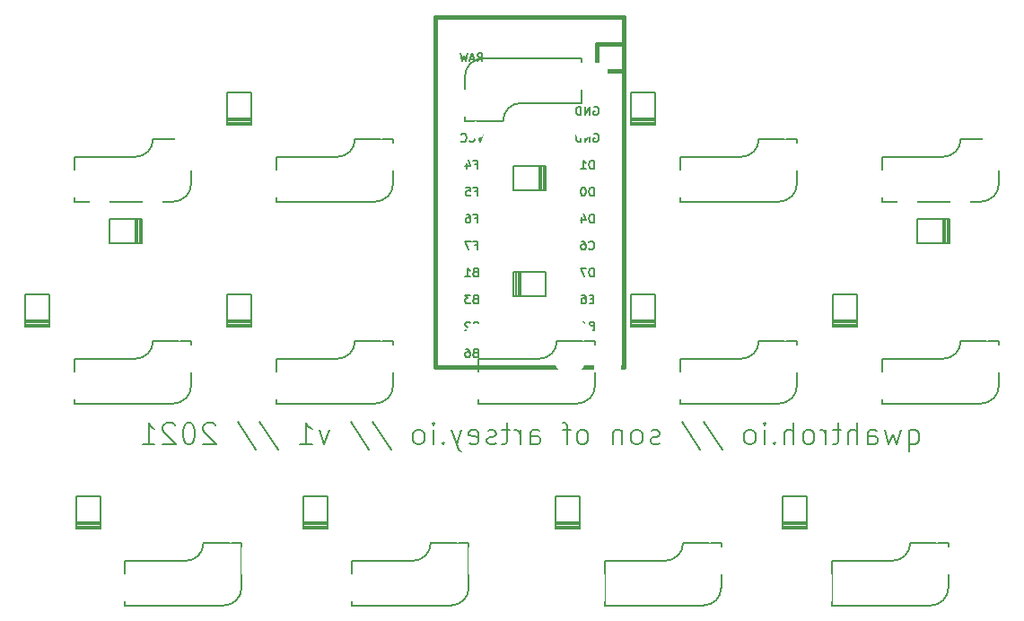
<source format=gbo>
%TF.GenerationSoftware,KiCad,Pcbnew,(5.1.10)-1*%
%TF.CreationDate,2021-10-22T01:43:44-05:00*%
%TF.ProjectId,qwahtrohio,71776168-7472-46f6-9869-6f2e6b696361,rev?*%
%TF.SameCoordinates,Original*%
%TF.FileFunction,Legend,Bot*%
%TF.FilePolarity,Positive*%
%FSLAX46Y46*%
G04 Gerber Fmt 4.6, Leading zero omitted, Abs format (unit mm)*
G04 Created by KiCad (PCBNEW (5.1.10)-1) date 2021-10-22 01:43:44*
%MOMM*%
%LPD*%
G01*
G04 APERTURE LIST*
%ADD10C,0.150000*%
%ADD11C,0.381000*%
%ADD12C,0.203200*%
%ADD13C,1.752600*%
%ADD14R,2.000000X2.000000*%
%ADD15C,2.000000*%
%ADD16R,2.000000X3.200000*%
%ADD17C,1.700000*%
%ADD18R,2.550000X2.500000*%
%ADD19C,2.950000*%
%ADD20C,3.980180*%
%ADD21C,4.000000*%
%ADD22R,1.651000X1.651000*%
%ADD23C,1.651000*%
G04 APERTURE END LIST*
D10*
X191241664Y-112011428D02*
X191241664Y-114011428D01*
X191241664Y-113249523D02*
X191432140Y-113344761D01*
X191813093Y-113344761D01*
X192003569Y-113249523D01*
X192098807Y-113154285D01*
X192194045Y-112963809D01*
X192194045Y-112392380D01*
X192098807Y-112201904D01*
X192003569Y-112106666D01*
X191813093Y-112011428D01*
X191432140Y-112011428D01*
X191241664Y-112106666D01*
X190479759Y-112011428D02*
X190098807Y-113344761D01*
X189717855Y-112392380D01*
X189336902Y-113344761D01*
X188955950Y-112011428D01*
X187336902Y-113344761D02*
X187336902Y-112297142D01*
X187432140Y-112106666D01*
X187622617Y-112011428D01*
X188003569Y-112011428D01*
X188194045Y-112106666D01*
X187336902Y-113249523D02*
X187527378Y-113344761D01*
X188003569Y-113344761D01*
X188194045Y-113249523D01*
X188289283Y-113059047D01*
X188289283Y-112868571D01*
X188194045Y-112678095D01*
X188003569Y-112582857D01*
X187527378Y-112582857D01*
X187336902Y-112487619D01*
X186384521Y-113344761D02*
X186384521Y-111344761D01*
X185527378Y-113344761D02*
X185527378Y-112297142D01*
X185622617Y-112106666D01*
X185813093Y-112011428D01*
X186098807Y-112011428D01*
X186289283Y-112106666D01*
X186384521Y-112201904D01*
X184860712Y-112011428D02*
X184098807Y-112011428D01*
X184574998Y-111344761D02*
X184574998Y-113059047D01*
X184479759Y-113249523D01*
X184289283Y-113344761D01*
X184098807Y-113344761D01*
X183432140Y-113344761D02*
X183432140Y-112011428D01*
X183432140Y-112392380D02*
X183336902Y-112201904D01*
X183241664Y-112106666D01*
X183051188Y-112011428D01*
X182860712Y-112011428D01*
X181908331Y-113344761D02*
X182098807Y-113249523D01*
X182194045Y-113154285D01*
X182289283Y-112963809D01*
X182289283Y-112392380D01*
X182194045Y-112201904D01*
X182098807Y-112106666D01*
X181908331Y-112011428D01*
X181622617Y-112011428D01*
X181432140Y-112106666D01*
X181336902Y-112201904D01*
X181241664Y-112392380D01*
X181241664Y-112963809D01*
X181336902Y-113154285D01*
X181432140Y-113249523D01*
X181622617Y-113344761D01*
X181908331Y-113344761D01*
X180384521Y-113344761D02*
X180384521Y-111344761D01*
X179527378Y-113344761D02*
X179527378Y-112297142D01*
X179622617Y-112106666D01*
X179813093Y-112011428D01*
X180098807Y-112011428D01*
X180289283Y-112106666D01*
X180384521Y-112201904D01*
X178574998Y-113154285D02*
X178479759Y-113249523D01*
X178574998Y-113344761D01*
X178670236Y-113249523D01*
X178574998Y-113154285D01*
X178574998Y-113344761D01*
X177622617Y-113344761D02*
X177622617Y-112011428D01*
X177622617Y-111344761D02*
X177717855Y-111440000D01*
X177622617Y-111535238D01*
X177527378Y-111440000D01*
X177622617Y-111344761D01*
X177622617Y-111535238D01*
X176384521Y-113344761D02*
X176574998Y-113249523D01*
X176670236Y-113154285D01*
X176765474Y-112963809D01*
X176765474Y-112392380D01*
X176670236Y-112201904D01*
X176574998Y-112106666D01*
X176384521Y-112011428D01*
X176098807Y-112011428D01*
X175908331Y-112106666D01*
X175813093Y-112201904D01*
X175717855Y-112392380D01*
X175717855Y-112963809D01*
X175813093Y-113154285D01*
X175908331Y-113249523D01*
X176098807Y-113344761D01*
X176384521Y-113344761D01*
X171908331Y-111249523D02*
X173622617Y-113820952D01*
X169813093Y-111249523D02*
X171527378Y-113820952D01*
X167717855Y-113249523D02*
X167527378Y-113344761D01*
X167146426Y-113344761D01*
X166955950Y-113249523D01*
X166860712Y-113059047D01*
X166860712Y-112963809D01*
X166955950Y-112773333D01*
X167146426Y-112678095D01*
X167432140Y-112678095D01*
X167622617Y-112582857D01*
X167717855Y-112392380D01*
X167717855Y-112297142D01*
X167622617Y-112106666D01*
X167432140Y-112011428D01*
X167146426Y-112011428D01*
X166955950Y-112106666D01*
X165717855Y-113344761D02*
X165908331Y-113249523D01*
X166003569Y-113154285D01*
X166098807Y-112963809D01*
X166098807Y-112392380D01*
X166003569Y-112201904D01*
X165908331Y-112106666D01*
X165717855Y-112011428D01*
X165432140Y-112011428D01*
X165241664Y-112106666D01*
X165146426Y-112201904D01*
X165051188Y-112392380D01*
X165051188Y-112963809D01*
X165146426Y-113154285D01*
X165241664Y-113249523D01*
X165432140Y-113344761D01*
X165717855Y-113344761D01*
X164194045Y-112011428D02*
X164194045Y-113344761D01*
X164194045Y-112201904D02*
X164098807Y-112106666D01*
X163908331Y-112011428D01*
X163622617Y-112011428D01*
X163432140Y-112106666D01*
X163336902Y-112297142D01*
X163336902Y-113344761D01*
X160574998Y-113344761D02*
X160765474Y-113249523D01*
X160860712Y-113154285D01*
X160955950Y-112963809D01*
X160955950Y-112392380D01*
X160860712Y-112201904D01*
X160765474Y-112106666D01*
X160574998Y-112011428D01*
X160289283Y-112011428D01*
X160098807Y-112106666D01*
X160003569Y-112201904D01*
X159908331Y-112392380D01*
X159908331Y-112963809D01*
X160003569Y-113154285D01*
X160098807Y-113249523D01*
X160289283Y-113344761D01*
X160574998Y-113344761D01*
X159336902Y-112011428D02*
X158574998Y-112011428D01*
X159051188Y-113344761D02*
X159051188Y-111630476D01*
X158955950Y-111440000D01*
X158765474Y-111344761D01*
X158574998Y-111344761D01*
X155527378Y-113344761D02*
X155527378Y-112297142D01*
X155622617Y-112106666D01*
X155813093Y-112011428D01*
X156194045Y-112011428D01*
X156384521Y-112106666D01*
X155527378Y-113249523D02*
X155717855Y-113344761D01*
X156194045Y-113344761D01*
X156384521Y-113249523D01*
X156479759Y-113059047D01*
X156479759Y-112868571D01*
X156384521Y-112678095D01*
X156194045Y-112582857D01*
X155717855Y-112582857D01*
X155527378Y-112487619D01*
X154574998Y-113344761D02*
X154574998Y-112011428D01*
X154574998Y-112392380D02*
X154479759Y-112201904D01*
X154384521Y-112106666D01*
X154194045Y-112011428D01*
X154003569Y-112011428D01*
X153622617Y-112011428D02*
X152860712Y-112011428D01*
X153336902Y-111344761D02*
X153336902Y-113059047D01*
X153241664Y-113249523D01*
X153051188Y-113344761D01*
X152860712Y-113344761D01*
X152289283Y-113249523D02*
X152098807Y-113344761D01*
X151717855Y-113344761D01*
X151527378Y-113249523D01*
X151432140Y-113059047D01*
X151432140Y-112963809D01*
X151527378Y-112773333D01*
X151717855Y-112678095D01*
X152003569Y-112678095D01*
X152194045Y-112582857D01*
X152289283Y-112392380D01*
X152289283Y-112297142D01*
X152194045Y-112106666D01*
X152003569Y-112011428D01*
X151717855Y-112011428D01*
X151527378Y-112106666D01*
X149813093Y-113249523D02*
X150003569Y-113344761D01*
X150384521Y-113344761D01*
X150574998Y-113249523D01*
X150670236Y-113059047D01*
X150670236Y-112297142D01*
X150574998Y-112106666D01*
X150384521Y-112011428D01*
X150003569Y-112011428D01*
X149813093Y-112106666D01*
X149717855Y-112297142D01*
X149717855Y-112487619D01*
X150670236Y-112678095D01*
X149051188Y-112011428D02*
X148574998Y-113344761D01*
X148098807Y-112011428D02*
X148574998Y-113344761D01*
X148765474Y-113820952D01*
X148860712Y-113916190D01*
X149051188Y-114011428D01*
X147336902Y-113154285D02*
X147241664Y-113249523D01*
X147336902Y-113344761D01*
X147432140Y-113249523D01*
X147336902Y-113154285D01*
X147336902Y-113344761D01*
X146384521Y-113344761D02*
X146384521Y-112011428D01*
X146384521Y-111344761D02*
X146479759Y-111440000D01*
X146384521Y-111535238D01*
X146289283Y-111440000D01*
X146384521Y-111344761D01*
X146384521Y-111535238D01*
X145146426Y-113344761D02*
X145336902Y-113249523D01*
X145432140Y-113154285D01*
X145527378Y-112963809D01*
X145527378Y-112392380D01*
X145432140Y-112201904D01*
X145336902Y-112106666D01*
X145146426Y-112011428D01*
X144860712Y-112011428D01*
X144670236Y-112106666D01*
X144574998Y-112201904D01*
X144479759Y-112392380D01*
X144479759Y-112963809D01*
X144574998Y-113154285D01*
X144670236Y-113249523D01*
X144860712Y-113344761D01*
X145146426Y-113344761D01*
X140670236Y-111249523D02*
X142384521Y-113820952D01*
X138574998Y-111249523D02*
X140289283Y-113820952D01*
X136574998Y-112011428D02*
X136098807Y-113344761D01*
X135622617Y-112011428D01*
X133813093Y-113344761D02*
X134955950Y-113344761D01*
X134384521Y-113344761D02*
X134384521Y-111344761D01*
X134574998Y-111630476D01*
X134765474Y-111820952D01*
X134955950Y-111916190D01*
X130003569Y-111249523D02*
X131717855Y-113820952D01*
X127908331Y-111249523D02*
X129622617Y-113820952D01*
X125813093Y-111535238D02*
X125717855Y-111440000D01*
X125527378Y-111344761D01*
X125051188Y-111344761D01*
X124860712Y-111440000D01*
X124765474Y-111535238D01*
X124670236Y-111725714D01*
X124670236Y-111916190D01*
X124765474Y-112201904D01*
X125908331Y-113344761D01*
X124670236Y-113344761D01*
X123432140Y-111344761D02*
X123241664Y-111344761D01*
X123051188Y-111440000D01*
X122955950Y-111535238D01*
X122860712Y-111725714D01*
X122765474Y-112106666D01*
X122765474Y-112582857D01*
X122860712Y-112963809D01*
X122955950Y-113154285D01*
X123051188Y-113249523D01*
X123241664Y-113344761D01*
X123432140Y-113344761D01*
X123622617Y-113249523D01*
X123717855Y-113154285D01*
X123813093Y-112963809D01*
X123908331Y-112582857D01*
X123908331Y-112106666D01*
X123813093Y-111725714D01*
X123717855Y-111535238D01*
X123622617Y-111440000D01*
X123432140Y-111344761D01*
X122003569Y-111535238D02*
X121908331Y-111440000D01*
X121717855Y-111344761D01*
X121241664Y-111344761D01*
X121051188Y-111440000D01*
X120955950Y-111535238D01*
X120860712Y-111725714D01*
X120860712Y-111916190D01*
X120955950Y-112201904D01*
X122098807Y-113344761D01*
X120860712Y-113344761D01*
X118955950Y-113344761D02*
X120098807Y-113344761D01*
X119527378Y-113344761D02*
X119527378Y-111344761D01*
X119717855Y-111630476D01*
X119908331Y-111820952D01*
X120098807Y-111916190D01*
D11*
X164352500Y-75585000D02*
X164352500Y-106065000D01*
X164352500Y-106065000D02*
X146572500Y-106065000D01*
X146572500Y-106065000D02*
X146572500Y-75585000D01*
X161812500Y-75585000D02*
X161812500Y-78125000D01*
X161812500Y-78125000D02*
X164352500Y-78125000D01*
X146572500Y-75585000D02*
X146572500Y-73045000D01*
X146572500Y-73045000D02*
X164352500Y-73045000D01*
X164352500Y-73045000D02*
X164352500Y-75585000D01*
X161812500Y-75585000D02*
X164352500Y-75585000D01*
D10*
X149728750Y-126880000D02*
G75*
G02*
X148053750Y-128555000I-1675000J0D01*
G01*
X146133750Y-122665000D02*
G75*
G02*
X144458750Y-124340000I-1675000J0D01*
G01*
X149728750Y-122665000D02*
X146133750Y-122665000D01*
X149728750Y-126880000D02*
X149728750Y-122665000D01*
X138728750Y-128550000D02*
X138728750Y-124340000D01*
X148053750Y-128555000D02*
X138728750Y-128555000D01*
X144458750Y-124340000D02*
X138728750Y-124340000D01*
X173541250Y-126880000D02*
G75*
G02*
X171866250Y-128555000I-1675000J0D01*
G01*
X169946250Y-122665000D02*
G75*
G02*
X168271250Y-124340000I-1675000J0D01*
G01*
X173541250Y-122665000D02*
X169946250Y-122665000D01*
X173541250Y-126880000D02*
X173541250Y-122665000D01*
X162541250Y-128550000D02*
X162541250Y-124340000D01*
X171866250Y-128555000D02*
X162541250Y-128555000D01*
X168271250Y-124340000D02*
X162541250Y-124340000D01*
X196140000Y-84565000D02*
G75*
G02*
X194465000Y-86240000I-1675000J0D01*
G01*
X199735000Y-88780000D02*
G75*
G02*
X198060000Y-90455000I-1675000J0D01*
G01*
X199735000Y-84565000D02*
X196140000Y-84565000D01*
X199735000Y-88780000D02*
X199735000Y-84565000D01*
X188735000Y-90450000D02*
X188735000Y-86240000D01*
X198060000Y-90455000D02*
X188735000Y-90455000D01*
X194465000Y-86240000D02*
X188735000Y-86240000D01*
X191377500Y-122665000D02*
G75*
G02*
X189702500Y-124340000I-1675000J0D01*
G01*
X194972500Y-126880000D02*
G75*
G02*
X193297500Y-128555000I-1675000J0D01*
G01*
X194972500Y-122665000D02*
X191377500Y-122665000D01*
X194972500Y-126880000D02*
X194972500Y-122665000D01*
X183972500Y-128550000D02*
X183972500Y-124340000D01*
X193297500Y-128555000D02*
X183972500Y-128555000D01*
X189702500Y-124340000D02*
X183972500Y-124340000D01*
X196140000Y-103615000D02*
G75*
G02*
X194465000Y-105290000I-1675000J0D01*
G01*
X199735000Y-107830000D02*
G75*
G02*
X198060000Y-109505000I-1675000J0D01*
G01*
X199735000Y-103615000D02*
X196140000Y-103615000D01*
X199735000Y-107830000D02*
X199735000Y-103615000D01*
X188735000Y-109500000D02*
X188735000Y-105290000D01*
X198060000Y-109505000D02*
X188735000Y-109505000D01*
X194465000Y-105290000D02*
X188735000Y-105290000D01*
X177090000Y-103615000D02*
G75*
G02*
X175415000Y-105290000I-1675000J0D01*
G01*
X180685000Y-107830000D02*
G75*
G02*
X179010000Y-109505000I-1675000J0D01*
G01*
X180685000Y-103615000D02*
X177090000Y-103615000D01*
X180685000Y-107830000D02*
X180685000Y-103615000D01*
X169685000Y-109500000D02*
X169685000Y-105290000D01*
X179010000Y-109505000D02*
X169685000Y-109505000D01*
X175415000Y-105290000D02*
X169685000Y-105290000D01*
X177090000Y-84565000D02*
G75*
G02*
X175415000Y-86240000I-1675000J0D01*
G01*
X180685000Y-88780000D02*
G75*
G02*
X179010000Y-90455000I-1675000J0D01*
G01*
X180685000Y-84565000D02*
X177090000Y-84565000D01*
X180685000Y-88780000D02*
X180685000Y-84565000D01*
X169685000Y-90450000D02*
X169685000Y-86240000D01*
X179010000Y-90455000D02*
X169685000Y-90455000D01*
X175415000Y-86240000D02*
X169685000Y-86240000D01*
X158040000Y-103615000D02*
G75*
G02*
X156365000Y-105290000I-1675000J0D01*
G01*
X161635000Y-107830000D02*
G75*
G02*
X159960000Y-109505000I-1675000J0D01*
G01*
X161635000Y-103615000D02*
X158040000Y-103615000D01*
X161635000Y-107830000D02*
X161635000Y-103615000D01*
X150635000Y-109500000D02*
X150635000Y-105290000D01*
X159960000Y-109505000D02*
X150635000Y-109505000D01*
X156365000Y-105290000D02*
X150635000Y-105290000D01*
X152960000Y-82835000D02*
G75*
G02*
X154635000Y-81160000I1675000J0D01*
G01*
X149365000Y-78620000D02*
G75*
G02*
X151040000Y-76945000I1675000J0D01*
G01*
X149365000Y-82835000D02*
X152960000Y-82835000D01*
X149365000Y-78620000D02*
X149365000Y-82835000D01*
X160365000Y-76950000D02*
X160365000Y-81160000D01*
X151040000Y-76945000D02*
X160365000Y-76945000D01*
X154635000Y-81160000D02*
X160365000Y-81160000D01*
X138990000Y-103615000D02*
G75*
G02*
X137315000Y-105290000I-1675000J0D01*
G01*
X142585000Y-107830000D02*
G75*
G02*
X140910000Y-109505000I-1675000J0D01*
G01*
X142585000Y-103615000D02*
X138990000Y-103615000D01*
X142585000Y-107830000D02*
X142585000Y-103615000D01*
X131585000Y-109500000D02*
X131585000Y-105290000D01*
X140910000Y-109505000D02*
X131585000Y-109505000D01*
X137315000Y-105290000D02*
X131585000Y-105290000D01*
X138990000Y-84565000D02*
G75*
G02*
X137315000Y-86240000I-1675000J0D01*
G01*
X142585000Y-88780000D02*
G75*
G02*
X140910000Y-90455000I-1675000J0D01*
G01*
X142585000Y-84565000D02*
X138990000Y-84565000D01*
X142585000Y-88780000D02*
X142585000Y-84565000D01*
X131585000Y-90450000D02*
X131585000Y-86240000D01*
X140910000Y-90455000D02*
X131585000Y-90455000D01*
X137315000Y-86240000D02*
X131585000Y-86240000D01*
X124702500Y-122665000D02*
G75*
G02*
X123027500Y-124340000I-1675000J0D01*
G01*
X128297500Y-126880000D02*
G75*
G02*
X126622500Y-128555000I-1675000J0D01*
G01*
X128297500Y-122665000D02*
X124702500Y-122665000D01*
X128297500Y-126880000D02*
X128297500Y-122665000D01*
X117297500Y-128550000D02*
X117297500Y-124340000D01*
X126622500Y-128555000D02*
X117297500Y-128555000D01*
X123027500Y-124340000D02*
X117297500Y-124340000D01*
X119940000Y-103615000D02*
G75*
G02*
X118265000Y-105290000I-1675000J0D01*
G01*
X123535000Y-107830000D02*
G75*
G02*
X121860000Y-109505000I-1675000J0D01*
G01*
X123535000Y-103615000D02*
X119940000Y-103615000D01*
X123535000Y-107830000D02*
X123535000Y-103615000D01*
X112535000Y-109500000D02*
X112535000Y-105290000D01*
X121860000Y-109505000D02*
X112535000Y-109505000D01*
X118265000Y-105290000D02*
X112535000Y-105290000D01*
X119940000Y-84565000D02*
G75*
G02*
X118265000Y-86240000I-1675000J0D01*
G01*
X123535000Y-88780000D02*
G75*
G02*
X121860000Y-90455000I-1675000J0D01*
G01*
X123535000Y-84565000D02*
X119940000Y-84565000D01*
X123535000Y-88780000D02*
X123535000Y-84565000D01*
X112535000Y-90450000D02*
X112535000Y-86240000D01*
X121860000Y-90455000D02*
X112535000Y-90455000D01*
X118265000Y-86240000D02*
X112535000Y-86240000D01*
D12*
X179344500Y-118276000D02*
X181630500Y-118276000D01*
X179344500Y-121324000D02*
X179344500Y-118276000D01*
X181630500Y-121324000D02*
X179344500Y-121324000D01*
X181630500Y-118276000D02*
X181630500Y-121324000D01*
D10*
X179387500Y-121100000D02*
X181487500Y-121100000D01*
X181587500Y-121100000D02*
X181487500Y-121100000D01*
X181487500Y-121100000D02*
X181587500Y-121100000D01*
X181587500Y-120900000D02*
X179387500Y-120900000D01*
X179387500Y-120700000D02*
X181587500Y-120700000D01*
D12*
X184107000Y-99226000D02*
X186393000Y-99226000D01*
X184107000Y-102274000D02*
X184107000Y-99226000D01*
X186393000Y-102274000D02*
X184107000Y-102274000D01*
X186393000Y-99226000D02*
X186393000Y-102274000D01*
D10*
X184150000Y-102050000D02*
X186250000Y-102050000D01*
X186350000Y-102050000D02*
X186250000Y-102050000D01*
X186250000Y-102050000D02*
X186350000Y-102050000D01*
X186350000Y-101850000D02*
X184150000Y-101850000D01*
X184150000Y-101650000D02*
X186350000Y-101650000D01*
D12*
X192076000Y-94368000D02*
X192076000Y-92082000D01*
X195124000Y-94368000D02*
X192076000Y-94368000D01*
X195124000Y-92082000D02*
X195124000Y-94368000D01*
X192076000Y-92082000D02*
X195124000Y-92082000D01*
D10*
X194900000Y-94325000D02*
X194900000Y-92225000D01*
X194900000Y-92125000D02*
X194900000Y-92225000D01*
X194900000Y-92225000D02*
X194900000Y-92125000D01*
X194700000Y-92125000D02*
X194700000Y-94325000D01*
X194500000Y-94325000D02*
X194500000Y-92125000D01*
D12*
X157913250Y-118276000D02*
X160199250Y-118276000D01*
X157913250Y-121324000D02*
X157913250Y-118276000D01*
X160199250Y-121324000D02*
X157913250Y-121324000D01*
X160199250Y-118276000D02*
X160199250Y-121324000D01*
D10*
X157956250Y-121100000D02*
X160056250Y-121100000D01*
X160156250Y-121100000D02*
X160056250Y-121100000D01*
X160056250Y-121100000D02*
X160156250Y-121100000D01*
X160156250Y-120900000D02*
X157956250Y-120900000D01*
X157956250Y-120700000D02*
X160156250Y-120700000D01*
D12*
X165057000Y-99226000D02*
X167343000Y-99226000D01*
X165057000Y-102274000D02*
X165057000Y-99226000D01*
X167343000Y-102274000D02*
X165057000Y-102274000D01*
X167343000Y-99226000D02*
X167343000Y-102274000D01*
D10*
X165100000Y-102050000D02*
X167200000Y-102050000D01*
X167300000Y-102050000D02*
X167200000Y-102050000D01*
X167200000Y-102050000D02*
X167300000Y-102050000D01*
X167300000Y-101850000D02*
X165100000Y-101850000D01*
X165100000Y-101650000D02*
X167300000Y-101650000D01*
D12*
X165057000Y-80176000D02*
X167343000Y-80176000D01*
X165057000Y-83224000D02*
X165057000Y-80176000D01*
X167343000Y-83224000D02*
X165057000Y-83224000D01*
X167343000Y-80176000D02*
X167343000Y-83224000D01*
D10*
X165100000Y-83000000D02*
X167200000Y-83000000D01*
X167300000Y-83000000D02*
X167200000Y-83000000D01*
X167200000Y-83000000D02*
X167300000Y-83000000D01*
X167300000Y-82800000D02*
X165100000Y-82800000D01*
X165100000Y-82600000D02*
X167300000Y-82600000D01*
D12*
X157024000Y-97082000D02*
X157024000Y-99368000D01*
X153976000Y-97082000D02*
X157024000Y-97082000D01*
X153976000Y-99368000D02*
X153976000Y-97082000D01*
X157024000Y-99368000D02*
X153976000Y-99368000D01*
D10*
X154200000Y-97125000D02*
X154200000Y-99225000D01*
X154200000Y-99325000D02*
X154200000Y-99225000D01*
X154200000Y-99225000D02*
X154200000Y-99325000D01*
X154400000Y-99325000D02*
X154400000Y-97125000D01*
X154600000Y-97125000D02*
X154600000Y-99325000D01*
D12*
X153976000Y-89368000D02*
X153976000Y-87082000D01*
X157024000Y-89368000D02*
X153976000Y-89368000D01*
X157024000Y-87082000D02*
X157024000Y-89368000D01*
X153976000Y-87082000D02*
X157024000Y-87082000D01*
D10*
X156800000Y-89325000D02*
X156800000Y-87225000D01*
X156800000Y-87125000D02*
X156800000Y-87225000D01*
X156800000Y-87225000D02*
X156800000Y-87125000D01*
X156600000Y-87125000D02*
X156600000Y-89325000D01*
X156400000Y-89325000D02*
X156400000Y-87125000D01*
D12*
X134100750Y-118276000D02*
X136386750Y-118276000D01*
X134100750Y-121324000D02*
X134100750Y-118276000D01*
X136386750Y-121324000D02*
X134100750Y-121324000D01*
X136386750Y-118276000D02*
X136386750Y-121324000D01*
D10*
X134143750Y-121100000D02*
X136243750Y-121100000D01*
X136343750Y-121100000D02*
X136243750Y-121100000D01*
X136243750Y-121100000D02*
X136343750Y-121100000D01*
X136343750Y-120900000D02*
X134143750Y-120900000D01*
X134143750Y-120700000D02*
X136343750Y-120700000D01*
D12*
X126957000Y-99226000D02*
X129243000Y-99226000D01*
X126957000Y-102274000D02*
X126957000Y-99226000D01*
X129243000Y-102274000D02*
X126957000Y-102274000D01*
X129243000Y-99226000D02*
X129243000Y-102274000D01*
D10*
X127000000Y-102050000D02*
X129100000Y-102050000D01*
X129200000Y-102050000D02*
X129100000Y-102050000D01*
X129100000Y-102050000D02*
X129200000Y-102050000D01*
X129200000Y-101850000D02*
X127000000Y-101850000D01*
X127000000Y-101650000D02*
X129200000Y-101650000D01*
D12*
X126957000Y-80176000D02*
X129243000Y-80176000D01*
X126957000Y-83224000D02*
X126957000Y-80176000D01*
X129243000Y-83224000D02*
X126957000Y-83224000D01*
X129243000Y-80176000D02*
X129243000Y-83224000D01*
D10*
X127000000Y-83000000D02*
X129100000Y-83000000D01*
X129200000Y-83000000D02*
X129100000Y-83000000D01*
X129100000Y-83000000D02*
X129200000Y-83000000D01*
X129200000Y-82800000D02*
X127000000Y-82800000D01*
X127000000Y-82600000D02*
X129200000Y-82600000D01*
D12*
X112669500Y-118276000D02*
X114955500Y-118276000D01*
X112669500Y-121324000D02*
X112669500Y-118276000D01*
X114955500Y-121324000D02*
X112669500Y-121324000D01*
X114955500Y-118276000D02*
X114955500Y-121324000D01*
D10*
X112712500Y-121100000D02*
X114812500Y-121100000D01*
X114912500Y-121100000D02*
X114812500Y-121100000D01*
X114812500Y-121100000D02*
X114912500Y-121100000D01*
X114912500Y-120900000D02*
X112712500Y-120900000D01*
X112712500Y-120700000D02*
X114912500Y-120700000D01*
D12*
X107907000Y-99226000D02*
X110193000Y-99226000D01*
X107907000Y-102274000D02*
X107907000Y-99226000D01*
X110193000Y-102274000D02*
X107907000Y-102274000D01*
X110193000Y-99226000D02*
X110193000Y-102274000D01*
D10*
X107950000Y-102050000D02*
X110050000Y-102050000D01*
X110150000Y-102050000D02*
X110050000Y-102050000D01*
X110050000Y-102050000D02*
X110150000Y-102050000D01*
X110150000Y-101850000D02*
X107950000Y-101850000D01*
X107950000Y-101650000D02*
X110150000Y-101650000D01*
D12*
X115876000Y-94368000D02*
X115876000Y-92082000D01*
X118924000Y-94368000D02*
X115876000Y-94368000D01*
X118924000Y-92082000D02*
X118924000Y-94368000D01*
X115876000Y-92082000D02*
X118924000Y-92082000D01*
D10*
X118700000Y-94325000D02*
X118700000Y-92225000D01*
X118700000Y-92125000D02*
X118700000Y-92225000D01*
X118700000Y-92225000D02*
X118700000Y-92125000D01*
X118500000Y-92125000D02*
X118500000Y-94325000D01*
X118300000Y-94325000D02*
X118300000Y-92125000D01*
X150325309Y-102197857D02*
X150211023Y-102235952D01*
X150172928Y-102274047D01*
X150134833Y-102350238D01*
X150134833Y-102464523D01*
X150172928Y-102540714D01*
X150211023Y-102578809D01*
X150287214Y-102616904D01*
X150591976Y-102616904D01*
X150591976Y-101816904D01*
X150325309Y-101816904D01*
X150249119Y-101855000D01*
X150211023Y-101893095D01*
X150172928Y-101969285D01*
X150172928Y-102045476D01*
X150211023Y-102121666D01*
X150249119Y-102159761D01*
X150325309Y-102197857D01*
X150591976Y-102197857D01*
X149830071Y-101893095D02*
X149791976Y-101855000D01*
X149715785Y-101816904D01*
X149525309Y-101816904D01*
X149449119Y-101855000D01*
X149411023Y-101893095D01*
X149372928Y-101969285D01*
X149372928Y-102045476D01*
X149411023Y-102159761D01*
X149868166Y-102616904D01*
X149372928Y-102616904D01*
X150268166Y-94577857D02*
X150534833Y-94577857D01*
X150534833Y-94996904D02*
X150534833Y-94196904D01*
X150153880Y-94196904D01*
X149925309Y-94196904D02*
X149391976Y-94196904D01*
X149734833Y-94996904D01*
X150268166Y-92037857D02*
X150534833Y-92037857D01*
X150534833Y-92456904D02*
X150534833Y-91656904D01*
X150153880Y-91656904D01*
X149506261Y-91656904D02*
X149658642Y-91656904D01*
X149734833Y-91695000D01*
X149772928Y-91733095D01*
X149849119Y-91847380D01*
X149887214Y-91999761D01*
X149887214Y-92304523D01*
X149849119Y-92380714D01*
X149811023Y-92418809D01*
X149734833Y-92456904D01*
X149582452Y-92456904D01*
X149506261Y-92418809D01*
X149468166Y-92380714D01*
X149430071Y-92304523D01*
X149430071Y-92114047D01*
X149468166Y-92037857D01*
X149506261Y-91999761D01*
X149582452Y-91961666D01*
X149734833Y-91961666D01*
X149811023Y-91999761D01*
X149849119Y-92037857D01*
X149887214Y-92114047D01*
X150268166Y-89497857D02*
X150534833Y-89497857D01*
X150534833Y-89916904D02*
X150534833Y-89116904D01*
X150153880Y-89116904D01*
X149468166Y-89116904D02*
X149849119Y-89116904D01*
X149887214Y-89497857D01*
X149849119Y-89459761D01*
X149772928Y-89421666D01*
X149582452Y-89421666D01*
X149506261Y-89459761D01*
X149468166Y-89497857D01*
X149430071Y-89574047D01*
X149430071Y-89764523D01*
X149468166Y-89840714D01*
X149506261Y-89878809D01*
X149582452Y-89916904D01*
X149772928Y-89916904D01*
X149849119Y-89878809D01*
X149887214Y-89840714D01*
X150553880Y-77216904D02*
X150820547Y-76835952D01*
X151011023Y-77216904D02*
X151011023Y-76416904D01*
X150706261Y-76416904D01*
X150630071Y-76455000D01*
X150591976Y-76493095D01*
X150553880Y-76569285D01*
X150553880Y-76683571D01*
X150591976Y-76759761D01*
X150630071Y-76797857D01*
X150706261Y-76835952D01*
X151011023Y-76835952D01*
X150249119Y-76988333D02*
X149868166Y-76988333D01*
X150325309Y-77216904D02*
X150058642Y-76416904D01*
X149791976Y-77216904D01*
X149601500Y-76416904D02*
X149411023Y-77216904D01*
X149258642Y-76645476D01*
X149106261Y-77216904D01*
X148915785Y-76416904D01*
X151068166Y-84036904D02*
X150801500Y-84836904D01*
X150534833Y-84036904D01*
X149811023Y-84760714D02*
X149849119Y-84798809D01*
X149963404Y-84836904D01*
X150039595Y-84836904D01*
X150153880Y-84798809D01*
X150230071Y-84722619D01*
X150268166Y-84646428D01*
X150306261Y-84494047D01*
X150306261Y-84379761D01*
X150268166Y-84227380D01*
X150230071Y-84151190D01*
X150153880Y-84075000D01*
X150039595Y-84036904D01*
X149963404Y-84036904D01*
X149849119Y-84075000D01*
X149811023Y-84113095D01*
X149011023Y-84760714D02*
X149049119Y-84798809D01*
X149163404Y-84836904D01*
X149239595Y-84836904D01*
X149353880Y-84798809D01*
X149430071Y-84722619D01*
X149468166Y-84646428D01*
X149506261Y-84494047D01*
X149506261Y-84379761D01*
X149468166Y-84227380D01*
X149430071Y-84151190D01*
X149353880Y-84075000D01*
X149239595Y-84036904D01*
X149163404Y-84036904D01*
X149049119Y-84075000D01*
X149011023Y-84113095D01*
X150268166Y-86957857D02*
X150534833Y-86957857D01*
X150534833Y-87376904D02*
X150534833Y-86576904D01*
X150153880Y-86576904D01*
X149506261Y-86843571D02*
X149506261Y-87376904D01*
X149696738Y-86538809D02*
X149887214Y-87110238D01*
X149391976Y-87110238D01*
X150325309Y-97117857D02*
X150211023Y-97155952D01*
X150172928Y-97194047D01*
X150134833Y-97270238D01*
X150134833Y-97384523D01*
X150172928Y-97460714D01*
X150211023Y-97498809D01*
X150287214Y-97536904D01*
X150591976Y-97536904D01*
X150591976Y-96736904D01*
X150325309Y-96736904D01*
X150249119Y-96775000D01*
X150211023Y-96813095D01*
X150172928Y-96889285D01*
X150172928Y-96965476D01*
X150211023Y-97041666D01*
X150249119Y-97079761D01*
X150325309Y-97117857D01*
X150591976Y-97117857D01*
X149372928Y-97536904D02*
X149830071Y-97536904D01*
X149601500Y-97536904D02*
X149601500Y-96736904D01*
X149677690Y-96851190D01*
X149753880Y-96927380D01*
X149830071Y-96965476D01*
X150325309Y-99657857D02*
X150211023Y-99695952D01*
X150172928Y-99734047D01*
X150134833Y-99810238D01*
X150134833Y-99924523D01*
X150172928Y-100000714D01*
X150211023Y-100038809D01*
X150287214Y-100076904D01*
X150591976Y-100076904D01*
X150591976Y-99276904D01*
X150325309Y-99276904D01*
X150249119Y-99315000D01*
X150211023Y-99353095D01*
X150172928Y-99429285D01*
X150172928Y-99505476D01*
X150211023Y-99581666D01*
X150249119Y-99619761D01*
X150325309Y-99657857D01*
X150591976Y-99657857D01*
X149868166Y-99276904D02*
X149372928Y-99276904D01*
X149639595Y-99581666D01*
X149525309Y-99581666D01*
X149449119Y-99619761D01*
X149411023Y-99657857D01*
X149372928Y-99734047D01*
X149372928Y-99924523D01*
X149411023Y-100000714D01*
X149449119Y-100038809D01*
X149525309Y-100076904D01*
X149753880Y-100076904D01*
X149830071Y-100038809D01*
X149868166Y-100000714D01*
X150325309Y-104737857D02*
X150211023Y-104775952D01*
X150172928Y-104814047D01*
X150134833Y-104890238D01*
X150134833Y-105004523D01*
X150172928Y-105080714D01*
X150211023Y-105118809D01*
X150287214Y-105156904D01*
X150591976Y-105156904D01*
X150591976Y-104356904D01*
X150325309Y-104356904D01*
X150249119Y-104395000D01*
X150211023Y-104433095D01*
X150172928Y-104509285D01*
X150172928Y-104585476D01*
X150211023Y-104661666D01*
X150249119Y-104699761D01*
X150325309Y-104737857D01*
X150591976Y-104737857D01*
X149449119Y-104356904D02*
X149601500Y-104356904D01*
X149677690Y-104395000D01*
X149715785Y-104433095D01*
X149791976Y-104547380D01*
X149830071Y-104699761D01*
X149830071Y-105004523D01*
X149791976Y-105080714D01*
X149753880Y-105118809D01*
X149677690Y-105156904D01*
X149525309Y-105156904D01*
X149449119Y-105118809D01*
X149411023Y-105080714D01*
X149372928Y-105004523D01*
X149372928Y-104814047D01*
X149411023Y-104737857D01*
X149449119Y-104699761D01*
X149525309Y-104661666D01*
X149677690Y-104661666D01*
X149753880Y-104699761D01*
X149791976Y-104737857D01*
X149830071Y-104814047D01*
X161247309Y-102197857D02*
X161133023Y-102235952D01*
X161094928Y-102274047D01*
X161056833Y-102350238D01*
X161056833Y-102464523D01*
X161094928Y-102540714D01*
X161133023Y-102578809D01*
X161209214Y-102616904D01*
X161513976Y-102616904D01*
X161513976Y-101816904D01*
X161247309Y-101816904D01*
X161171119Y-101855000D01*
X161133023Y-101893095D01*
X161094928Y-101969285D01*
X161094928Y-102045476D01*
X161133023Y-102121666D01*
X161171119Y-102159761D01*
X161247309Y-102197857D01*
X161513976Y-102197857D01*
X160371119Y-102083571D02*
X160371119Y-102616904D01*
X160561595Y-101778809D02*
X160752071Y-102350238D01*
X160256833Y-102350238D01*
X161475880Y-99657857D02*
X161209214Y-99657857D01*
X161094928Y-100076904D02*
X161475880Y-100076904D01*
X161475880Y-99276904D01*
X161094928Y-99276904D01*
X160409214Y-99276904D02*
X160561595Y-99276904D01*
X160637785Y-99315000D01*
X160675880Y-99353095D01*
X160752071Y-99467380D01*
X160790166Y-99619761D01*
X160790166Y-99924523D01*
X160752071Y-100000714D01*
X160713976Y-100038809D01*
X160637785Y-100076904D01*
X160485404Y-100076904D01*
X160409214Y-100038809D01*
X160371119Y-100000714D01*
X160333023Y-99924523D01*
X160333023Y-99734047D01*
X160371119Y-99657857D01*
X160409214Y-99619761D01*
X160485404Y-99581666D01*
X160637785Y-99581666D01*
X160713976Y-99619761D01*
X160752071Y-99657857D01*
X160790166Y-99734047D01*
X161513976Y-97536904D02*
X161513976Y-96736904D01*
X161323500Y-96736904D01*
X161209214Y-96775000D01*
X161133023Y-96851190D01*
X161094928Y-96927380D01*
X161056833Y-97079761D01*
X161056833Y-97194047D01*
X161094928Y-97346428D01*
X161133023Y-97422619D01*
X161209214Y-97498809D01*
X161323500Y-97536904D01*
X161513976Y-97536904D01*
X160790166Y-96736904D02*
X160256833Y-96736904D01*
X160599690Y-97536904D01*
X161056833Y-94920714D02*
X161094928Y-94958809D01*
X161209214Y-94996904D01*
X161285404Y-94996904D01*
X161399690Y-94958809D01*
X161475880Y-94882619D01*
X161513976Y-94806428D01*
X161552071Y-94654047D01*
X161552071Y-94539761D01*
X161513976Y-94387380D01*
X161475880Y-94311190D01*
X161399690Y-94235000D01*
X161285404Y-94196904D01*
X161209214Y-94196904D01*
X161094928Y-94235000D01*
X161056833Y-94273095D01*
X160371119Y-94196904D02*
X160523500Y-94196904D01*
X160599690Y-94235000D01*
X160637785Y-94273095D01*
X160713976Y-94387380D01*
X160752071Y-94539761D01*
X160752071Y-94844523D01*
X160713976Y-94920714D01*
X160675880Y-94958809D01*
X160599690Y-94996904D01*
X160447309Y-94996904D01*
X160371119Y-94958809D01*
X160333023Y-94920714D01*
X160294928Y-94844523D01*
X160294928Y-94654047D01*
X160333023Y-94577857D01*
X160371119Y-94539761D01*
X160447309Y-94501666D01*
X160599690Y-94501666D01*
X160675880Y-94539761D01*
X160713976Y-94577857D01*
X160752071Y-94654047D01*
X161513976Y-92456904D02*
X161513976Y-91656904D01*
X161323500Y-91656904D01*
X161209214Y-91695000D01*
X161133023Y-91771190D01*
X161094928Y-91847380D01*
X161056833Y-91999761D01*
X161056833Y-92114047D01*
X161094928Y-92266428D01*
X161133023Y-92342619D01*
X161209214Y-92418809D01*
X161323500Y-92456904D01*
X161513976Y-92456904D01*
X160371119Y-91923571D02*
X160371119Y-92456904D01*
X160561595Y-91618809D02*
X160752071Y-92190238D01*
X160256833Y-92190238D01*
X161533023Y-81535000D02*
X161609214Y-81496904D01*
X161723500Y-81496904D01*
X161837785Y-81535000D01*
X161913976Y-81611190D01*
X161952071Y-81687380D01*
X161990166Y-81839761D01*
X161990166Y-81954047D01*
X161952071Y-82106428D01*
X161913976Y-82182619D01*
X161837785Y-82258809D01*
X161723500Y-82296904D01*
X161647309Y-82296904D01*
X161533023Y-82258809D01*
X161494928Y-82220714D01*
X161494928Y-81954047D01*
X161647309Y-81954047D01*
X161152071Y-82296904D02*
X161152071Y-81496904D01*
X160694928Y-82296904D01*
X160694928Y-81496904D01*
X160313976Y-82296904D02*
X160313976Y-81496904D01*
X160123500Y-81496904D01*
X160009214Y-81535000D01*
X159933023Y-81611190D01*
X159894928Y-81687380D01*
X159856833Y-81839761D01*
X159856833Y-81954047D01*
X159894928Y-82106428D01*
X159933023Y-82182619D01*
X160009214Y-82258809D01*
X160123500Y-82296904D01*
X160313976Y-82296904D01*
X161533023Y-84075000D02*
X161609214Y-84036904D01*
X161723500Y-84036904D01*
X161837785Y-84075000D01*
X161913976Y-84151190D01*
X161952071Y-84227380D01*
X161990166Y-84379761D01*
X161990166Y-84494047D01*
X161952071Y-84646428D01*
X161913976Y-84722619D01*
X161837785Y-84798809D01*
X161723500Y-84836904D01*
X161647309Y-84836904D01*
X161533023Y-84798809D01*
X161494928Y-84760714D01*
X161494928Y-84494047D01*
X161647309Y-84494047D01*
X161152071Y-84836904D02*
X161152071Y-84036904D01*
X160694928Y-84836904D01*
X160694928Y-84036904D01*
X160313976Y-84836904D02*
X160313976Y-84036904D01*
X160123500Y-84036904D01*
X160009214Y-84075000D01*
X159933023Y-84151190D01*
X159894928Y-84227380D01*
X159856833Y-84379761D01*
X159856833Y-84494047D01*
X159894928Y-84646428D01*
X159933023Y-84722619D01*
X160009214Y-84798809D01*
X160123500Y-84836904D01*
X160313976Y-84836904D01*
X161513976Y-87376904D02*
X161513976Y-86576904D01*
X161323500Y-86576904D01*
X161209214Y-86615000D01*
X161133023Y-86691190D01*
X161094928Y-86767380D01*
X161056833Y-86919761D01*
X161056833Y-87034047D01*
X161094928Y-87186428D01*
X161133023Y-87262619D01*
X161209214Y-87338809D01*
X161323500Y-87376904D01*
X161513976Y-87376904D01*
X160294928Y-87376904D02*
X160752071Y-87376904D01*
X160523500Y-87376904D02*
X160523500Y-86576904D01*
X160599690Y-86691190D01*
X160675880Y-86767380D01*
X160752071Y-86805476D01*
X161513976Y-89916904D02*
X161513976Y-89116904D01*
X161323500Y-89116904D01*
X161209214Y-89155000D01*
X161133023Y-89231190D01*
X161094928Y-89307380D01*
X161056833Y-89459761D01*
X161056833Y-89574047D01*
X161094928Y-89726428D01*
X161133023Y-89802619D01*
X161209214Y-89878809D01*
X161323500Y-89916904D01*
X161513976Y-89916904D01*
X160561595Y-89116904D02*
X160485404Y-89116904D01*
X160409214Y-89155000D01*
X160371119Y-89193095D01*
X160333023Y-89269285D01*
X160294928Y-89421666D01*
X160294928Y-89612142D01*
X160333023Y-89764523D01*
X160371119Y-89840714D01*
X160409214Y-89878809D01*
X160485404Y-89916904D01*
X160561595Y-89916904D01*
X160637785Y-89878809D01*
X160675880Y-89840714D01*
X160713976Y-89764523D01*
X160752071Y-89612142D01*
X160752071Y-89421666D01*
X160713976Y-89269285D01*
X160675880Y-89193095D01*
X160637785Y-89155000D01*
X160561595Y-89116904D01*
%LPC*%
D13*
X163082500Y-81935000D03*
X163082500Y-84475000D03*
X163082500Y-87015000D03*
X163082500Y-89555000D03*
X163082500Y-92095000D03*
X163082500Y-94635000D03*
X163082500Y-97175000D03*
X163082500Y-99715000D03*
X163082500Y-102255000D03*
X147842500Y-104795000D03*
X147842500Y-102255000D03*
X147842500Y-99715000D03*
X147842500Y-97175000D03*
X147842500Y-94635000D03*
X147842500Y-92095000D03*
X147842500Y-89555000D03*
X147842500Y-87015000D03*
X147842500Y-84475000D03*
X147842500Y-76855000D03*
D14*
X119900000Y-76200000D03*
D15*
X117400000Y-76200000D03*
X114900000Y-76200000D03*
D16*
X123000000Y-83700000D03*
X111800000Y-83700000D03*
D15*
X119900000Y-90700000D03*
X114900000Y-90700000D03*
D17*
X148673750Y-121800000D03*
X138513750Y-121800000D03*
D18*
X137503750Y-126880000D03*
D19*
X147403750Y-124340000D03*
X141053750Y-126880000D03*
D20*
X143593750Y-121800000D03*
D18*
X150953750Y-124340000D03*
D17*
X172486250Y-121800000D03*
X162326250Y-121800000D03*
D18*
X161316250Y-126880000D03*
D19*
X171216250Y-124340000D03*
X164866250Y-126880000D03*
D20*
X167406250Y-121800000D03*
D18*
X174766250Y-124340000D03*
D14*
X196100000Y-76200000D03*
D15*
X193600000Y-76200000D03*
X191100000Y-76200000D03*
D16*
X199200000Y-83700000D03*
X188000000Y-83700000D03*
D15*
X196100000Y-90700000D03*
X191100000Y-90700000D03*
D18*
X200960000Y-86240000D03*
D20*
X193600000Y-83700000D03*
D19*
X191060000Y-88780000D03*
X197410000Y-86240000D03*
D18*
X187510000Y-88780000D03*
D17*
X188520000Y-83700000D03*
X198680000Y-83700000D03*
D18*
X196197500Y-124340000D03*
D20*
X188837500Y-121800000D03*
D19*
X186297500Y-126880000D03*
X192647500Y-124340000D03*
D18*
X182747500Y-126880000D03*
D17*
X183757500Y-121800000D03*
X193917500Y-121800000D03*
D18*
X200960000Y-105290000D03*
D20*
X193600000Y-102750000D03*
D19*
X191060000Y-107830000D03*
X197410000Y-105290000D03*
D18*
X187510000Y-107830000D03*
D17*
X188520000Y-102750000D03*
X198680000Y-102750000D03*
D18*
X181910000Y-105290000D03*
D20*
X174550000Y-102750000D03*
D19*
X172010000Y-107830000D03*
X178360000Y-105290000D03*
D18*
X168460000Y-107830000D03*
D17*
X169470000Y-102750000D03*
X179630000Y-102750000D03*
D18*
X181910000Y-86240000D03*
D20*
X174550000Y-83700000D03*
D19*
X172010000Y-88780000D03*
X178360000Y-86240000D03*
D18*
X168460000Y-88780000D03*
D17*
X169470000Y-83700000D03*
X179630000Y-83700000D03*
D18*
X162860000Y-105290000D03*
D20*
X155500000Y-102750000D03*
D19*
X152960000Y-107830000D03*
X159310000Y-105290000D03*
D18*
X149410000Y-107830000D03*
D17*
X150420000Y-102750000D03*
X160580000Y-102750000D03*
D18*
X148140000Y-81160000D03*
D20*
X155500000Y-83700000D03*
D19*
X158040000Y-78620000D03*
X151690000Y-81160000D03*
D18*
X161590000Y-78620000D03*
D17*
X160580000Y-83700000D03*
X150420000Y-83700000D03*
D18*
X143810000Y-105290000D03*
D20*
X136450000Y-102750000D03*
D19*
X133910000Y-107830000D03*
X140260000Y-105290000D03*
D18*
X130360000Y-107830000D03*
D17*
X131370000Y-102750000D03*
X141530000Y-102750000D03*
D18*
X143810000Y-86240000D03*
D20*
X136450000Y-83700000D03*
D19*
X133910000Y-88780000D03*
X140260000Y-86240000D03*
D18*
X130360000Y-88780000D03*
D17*
X131370000Y-83700000D03*
X141530000Y-83700000D03*
D18*
X129522500Y-124340000D03*
D20*
X122162500Y-121800000D03*
D19*
X119622500Y-126880000D03*
X125972500Y-124340000D03*
D18*
X116072500Y-126880000D03*
D17*
X117082500Y-121800000D03*
X127242500Y-121800000D03*
D18*
X124760000Y-105290000D03*
D20*
X117400000Y-102750000D03*
D19*
X114860000Y-107830000D03*
X121210000Y-105290000D03*
D18*
X111310000Y-107830000D03*
D17*
X112320000Y-102750000D03*
X122480000Y-102750000D03*
D18*
X124760000Y-86240000D03*
D20*
X117400000Y-83700000D03*
D19*
X114860000Y-88780000D03*
X121210000Y-86240000D03*
D18*
X111310000Y-88780000D03*
D17*
X112320000Y-83700000D03*
X122480000Y-83700000D03*
D21*
X126925000Y-93225000D03*
X155500000Y-121800000D03*
X184075000Y-93225000D03*
D22*
X180487500Y-123610000D03*
D23*
X180487500Y-115990000D03*
D22*
X185250000Y-104560000D03*
D23*
X185250000Y-96940000D03*
D22*
X197410000Y-93225000D03*
D23*
X189790000Y-93225000D03*
D22*
X159056250Y-123610000D03*
D23*
X159056250Y-115990000D03*
D22*
X166200000Y-104560000D03*
D23*
X166200000Y-96940000D03*
D22*
X166200000Y-85510000D03*
D23*
X166200000Y-77890000D03*
D22*
X151690000Y-98225000D03*
D23*
X159310000Y-98225000D03*
D22*
X159310000Y-88225000D03*
D23*
X151690000Y-88225000D03*
D22*
X135243750Y-123610000D03*
D23*
X135243750Y-115990000D03*
D22*
X128100000Y-104560000D03*
D23*
X128100000Y-96940000D03*
D22*
X128100000Y-85510000D03*
D23*
X128100000Y-77890000D03*
D22*
X113812500Y-123610000D03*
D23*
X113812500Y-115990000D03*
D22*
X109050000Y-104560000D03*
D23*
X109050000Y-96940000D03*
D22*
X121210000Y-93225000D03*
D23*
X113590000Y-93225000D03*
M02*

</source>
